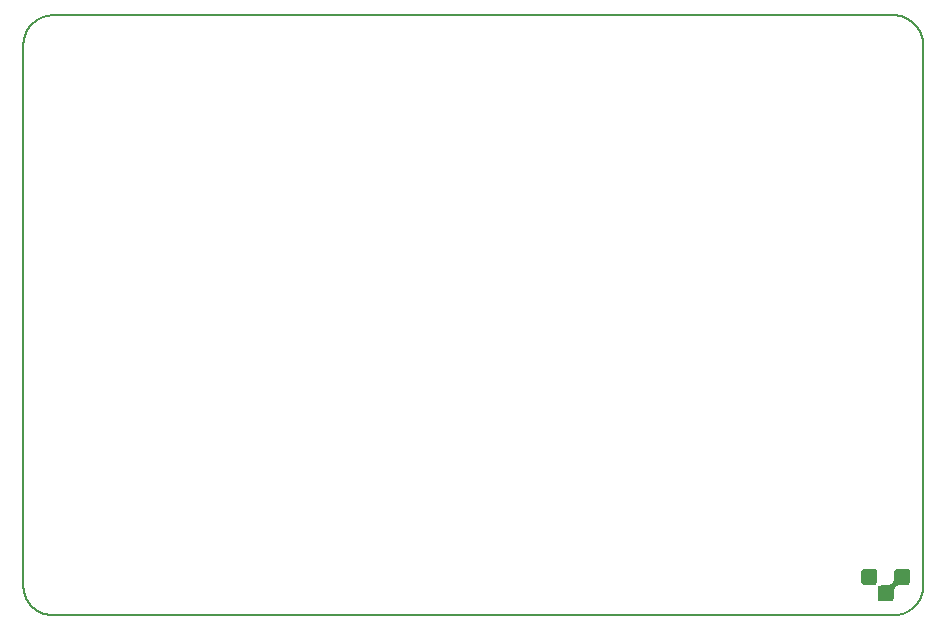
<source format=gto>
G75*
%MOIN*%
%OFA0B0*%
%FSLAX25Y25*%
%IPPOS*%
%LPD*%
%AMOC8*
5,1,8,0,0,1.08239X$1,22.5*
%
%ADD10C,0.00500*%
%ADD11C,0.00300*%
D10*
X0015000Y0005000D02*
X0295000Y0005000D01*
X0295242Y0005003D01*
X0295483Y0005012D01*
X0295724Y0005026D01*
X0295965Y0005047D01*
X0296205Y0005073D01*
X0296445Y0005105D01*
X0296684Y0005143D01*
X0296921Y0005186D01*
X0297158Y0005236D01*
X0297393Y0005291D01*
X0297627Y0005351D01*
X0297859Y0005418D01*
X0298090Y0005489D01*
X0298319Y0005567D01*
X0298546Y0005650D01*
X0298771Y0005738D01*
X0298994Y0005832D01*
X0299214Y0005931D01*
X0299432Y0006036D01*
X0299647Y0006145D01*
X0299860Y0006260D01*
X0300070Y0006380D01*
X0300276Y0006505D01*
X0300480Y0006635D01*
X0300681Y0006770D01*
X0300878Y0006910D01*
X0301072Y0007054D01*
X0301262Y0007203D01*
X0301448Y0007357D01*
X0301631Y0007515D01*
X0301810Y0007677D01*
X0301985Y0007844D01*
X0302156Y0008015D01*
X0302323Y0008190D01*
X0302485Y0008369D01*
X0302643Y0008552D01*
X0302797Y0008738D01*
X0302946Y0008928D01*
X0303090Y0009122D01*
X0303230Y0009319D01*
X0303365Y0009520D01*
X0303495Y0009724D01*
X0303620Y0009930D01*
X0303740Y0010140D01*
X0303855Y0010353D01*
X0303964Y0010568D01*
X0304069Y0010786D01*
X0304168Y0011006D01*
X0304262Y0011229D01*
X0304350Y0011454D01*
X0304433Y0011681D01*
X0304511Y0011910D01*
X0304582Y0012141D01*
X0304649Y0012373D01*
X0304709Y0012607D01*
X0304764Y0012842D01*
X0304814Y0013079D01*
X0304857Y0013316D01*
X0304895Y0013555D01*
X0304927Y0013795D01*
X0304953Y0014035D01*
X0304974Y0014276D01*
X0304988Y0014517D01*
X0304997Y0014758D01*
X0305000Y0015000D01*
X0305000Y0195000D01*
X0304997Y0195242D01*
X0304988Y0195483D01*
X0304974Y0195724D01*
X0304953Y0195965D01*
X0304927Y0196205D01*
X0304895Y0196445D01*
X0304857Y0196684D01*
X0304814Y0196921D01*
X0304764Y0197158D01*
X0304709Y0197393D01*
X0304649Y0197627D01*
X0304582Y0197859D01*
X0304511Y0198090D01*
X0304433Y0198319D01*
X0304350Y0198546D01*
X0304262Y0198771D01*
X0304168Y0198994D01*
X0304069Y0199214D01*
X0303964Y0199432D01*
X0303855Y0199647D01*
X0303740Y0199860D01*
X0303620Y0200070D01*
X0303495Y0200276D01*
X0303365Y0200480D01*
X0303230Y0200681D01*
X0303090Y0200878D01*
X0302946Y0201072D01*
X0302797Y0201262D01*
X0302643Y0201448D01*
X0302485Y0201631D01*
X0302323Y0201810D01*
X0302156Y0201985D01*
X0301985Y0202156D01*
X0301810Y0202323D01*
X0301631Y0202485D01*
X0301448Y0202643D01*
X0301262Y0202797D01*
X0301072Y0202946D01*
X0300878Y0203090D01*
X0300681Y0203230D01*
X0300480Y0203365D01*
X0300276Y0203495D01*
X0300070Y0203620D01*
X0299860Y0203740D01*
X0299647Y0203855D01*
X0299432Y0203964D01*
X0299214Y0204069D01*
X0298994Y0204168D01*
X0298771Y0204262D01*
X0298546Y0204350D01*
X0298319Y0204433D01*
X0298090Y0204511D01*
X0297859Y0204582D01*
X0297627Y0204649D01*
X0297393Y0204709D01*
X0297158Y0204764D01*
X0296921Y0204814D01*
X0296684Y0204857D01*
X0296445Y0204895D01*
X0296205Y0204927D01*
X0295965Y0204953D01*
X0295724Y0204974D01*
X0295483Y0204988D01*
X0295242Y0204997D01*
X0295000Y0205000D01*
X0015000Y0205000D01*
X0014758Y0204997D01*
X0014517Y0204988D01*
X0014276Y0204974D01*
X0014035Y0204953D01*
X0013795Y0204927D01*
X0013555Y0204895D01*
X0013316Y0204857D01*
X0013079Y0204814D01*
X0012842Y0204764D01*
X0012607Y0204709D01*
X0012373Y0204649D01*
X0012141Y0204582D01*
X0011910Y0204511D01*
X0011681Y0204433D01*
X0011454Y0204350D01*
X0011229Y0204262D01*
X0011006Y0204168D01*
X0010786Y0204069D01*
X0010568Y0203964D01*
X0010353Y0203855D01*
X0010140Y0203740D01*
X0009930Y0203620D01*
X0009724Y0203495D01*
X0009520Y0203365D01*
X0009319Y0203230D01*
X0009122Y0203090D01*
X0008928Y0202946D01*
X0008738Y0202797D01*
X0008552Y0202643D01*
X0008369Y0202485D01*
X0008190Y0202323D01*
X0008015Y0202156D01*
X0007844Y0201985D01*
X0007677Y0201810D01*
X0007515Y0201631D01*
X0007357Y0201448D01*
X0007203Y0201262D01*
X0007054Y0201072D01*
X0006910Y0200878D01*
X0006770Y0200681D01*
X0006635Y0200480D01*
X0006505Y0200276D01*
X0006380Y0200070D01*
X0006260Y0199860D01*
X0006145Y0199647D01*
X0006036Y0199432D01*
X0005931Y0199214D01*
X0005832Y0198994D01*
X0005738Y0198771D01*
X0005650Y0198546D01*
X0005567Y0198319D01*
X0005489Y0198090D01*
X0005418Y0197859D01*
X0005351Y0197627D01*
X0005291Y0197393D01*
X0005236Y0197158D01*
X0005186Y0196921D01*
X0005143Y0196684D01*
X0005105Y0196445D01*
X0005073Y0196205D01*
X0005047Y0195965D01*
X0005026Y0195724D01*
X0005012Y0195483D01*
X0005003Y0195242D01*
X0005000Y0195000D01*
X0005000Y0015000D01*
X0005003Y0014758D01*
X0005012Y0014517D01*
X0005026Y0014276D01*
X0005047Y0014035D01*
X0005073Y0013795D01*
X0005105Y0013555D01*
X0005143Y0013316D01*
X0005186Y0013079D01*
X0005236Y0012842D01*
X0005291Y0012607D01*
X0005351Y0012373D01*
X0005418Y0012141D01*
X0005489Y0011910D01*
X0005567Y0011681D01*
X0005650Y0011454D01*
X0005738Y0011229D01*
X0005832Y0011006D01*
X0005931Y0010786D01*
X0006036Y0010568D01*
X0006145Y0010353D01*
X0006260Y0010140D01*
X0006380Y0009930D01*
X0006505Y0009724D01*
X0006635Y0009520D01*
X0006770Y0009319D01*
X0006910Y0009122D01*
X0007054Y0008928D01*
X0007203Y0008738D01*
X0007357Y0008552D01*
X0007515Y0008369D01*
X0007677Y0008190D01*
X0007844Y0008015D01*
X0008015Y0007844D01*
X0008190Y0007677D01*
X0008369Y0007515D01*
X0008552Y0007357D01*
X0008738Y0007203D01*
X0008928Y0007054D01*
X0009122Y0006910D01*
X0009319Y0006770D01*
X0009520Y0006635D01*
X0009724Y0006505D01*
X0009930Y0006380D01*
X0010140Y0006260D01*
X0010353Y0006145D01*
X0010568Y0006036D01*
X0010786Y0005931D01*
X0011006Y0005832D01*
X0011229Y0005738D01*
X0011454Y0005650D01*
X0011681Y0005567D01*
X0011910Y0005489D01*
X0012141Y0005418D01*
X0012373Y0005351D01*
X0012607Y0005291D01*
X0012842Y0005236D01*
X0013079Y0005186D01*
X0013316Y0005143D01*
X0013555Y0005105D01*
X0013795Y0005073D01*
X0014035Y0005047D01*
X0014276Y0005026D01*
X0014517Y0005012D01*
X0014758Y0005003D01*
X0015000Y0005000D01*
D11*
X0284276Y0016425D02*
X0284310Y0016166D01*
X0284410Y0015925D01*
X0284568Y0015718D01*
X0284776Y0015559D01*
X0285017Y0015459D01*
X0285276Y0015425D01*
X0288276Y0015425D01*
X0288534Y0015459D01*
X0288776Y0015559D01*
X0288983Y0015718D01*
X0289142Y0015925D01*
X0289242Y0016166D01*
X0289276Y0016425D01*
X0289276Y0019425D01*
X0289242Y0019684D01*
X0289142Y0019925D01*
X0288983Y0020132D01*
X0288776Y0020291D01*
X0288534Y0020391D01*
X0288276Y0020425D01*
X0285276Y0020425D01*
X0285017Y0020391D01*
X0284776Y0020291D01*
X0284568Y0020132D01*
X0284410Y0019925D01*
X0284310Y0019684D01*
X0284276Y0019425D01*
X0284276Y0016425D01*
X0284286Y0016343D02*
X0289265Y0016343D01*
X0289276Y0016642D02*
X0284276Y0016642D01*
X0284276Y0016940D02*
X0289276Y0016940D01*
X0289276Y0017239D02*
X0284276Y0017239D01*
X0284276Y0017537D02*
X0289276Y0017537D01*
X0289276Y0017836D02*
X0284276Y0017836D01*
X0284276Y0018134D02*
X0289276Y0018134D01*
X0289276Y0018433D02*
X0284276Y0018433D01*
X0284276Y0018732D02*
X0289276Y0018732D01*
X0289276Y0019030D02*
X0284276Y0019030D01*
X0284276Y0019329D02*
X0289276Y0019329D01*
X0289249Y0019627D02*
X0284302Y0019627D01*
X0284410Y0019926D02*
X0289141Y0019926D01*
X0288863Y0020224D02*
X0284688Y0020224D01*
X0284360Y0016045D02*
X0289191Y0016045D01*
X0289004Y0015746D02*
X0284547Y0015746D01*
X0285103Y0015448D02*
X0288448Y0015448D01*
X0289910Y0014425D02*
X0290068Y0014632D01*
X0290276Y0014791D01*
X0290517Y0014891D01*
X0290776Y0014925D01*
X0292776Y0014925D01*
X0293263Y0014973D01*
X0293732Y0015116D01*
X0294165Y0015347D01*
X0294543Y0015657D01*
X0294854Y0016036D01*
X0295085Y0016468D01*
X0295228Y0016937D01*
X0295276Y0017425D01*
X0295276Y0019425D01*
X0295310Y0019684D01*
X0295410Y0019925D01*
X0295568Y0020132D01*
X0295776Y0020291D01*
X0296017Y0020391D01*
X0296276Y0020425D01*
X0299276Y0020425D01*
X0299534Y0020391D01*
X0299776Y0020291D01*
X0299983Y0020132D01*
X0300142Y0019925D01*
X0300242Y0019684D01*
X0300276Y0019425D01*
X0300276Y0016425D01*
X0300242Y0016166D01*
X0300142Y0015925D01*
X0299983Y0015718D01*
X0299776Y0015559D01*
X0299534Y0015459D01*
X0299276Y0015425D01*
X0297276Y0015425D01*
X0296788Y0015377D01*
X0296319Y0015235D01*
X0295887Y0015004D01*
X0295508Y0014693D01*
X0295197Y0014314D01*
X0294966Y0013882D01*
X0294824Y0013413D01*
X0294776Y0012925D01*
X0294776Y0010925D01*
X0294742Y0010666D01*
X0294642Y0010425D01*
X0294483Y0010218D01*
X0294276Y0010059D01*
X0294034Y0009959D01*
X0293776Y0009925D01*
X0290776Y0009925D01*
X0290517Y0009959D01*
X0290276Y0010059D01*
X0290068Y0010218D01*
X0289910Y0010425D01*
X0289810Y0010666D01*
X0289776Y0010925D01*
X0289776Y0013925D01*
X0289810Y0014184D01*
X0289910Y0014425D01*
X0290007Y0014552D02*
X0295392Y0014552D01*
X0295165Y0014254D02*
X0289839Y0014254D01*
X0289780Y0013955D02*
X0295005Y0013955D01*
X0294898Y0013657D02*
X0289776Y0013657D01*
X0289776Y0013358D02*
X0294818Y0013358D01*
X0294789Y0013060D02*
X0289776Y0013060D01*
X0289776Y0012761D02*
X0294776Y0012761D01*
X0294776Y0012463D02*
X0289776Y0012463D01*
X0289776Y0012164D02*
X0294776Y0012164D01*
X0294776Y0011866D02*
X0289776Y0011866D01*
X0289776Y0011567D02*
X0294776Y0011567D01*
X0294776Y0011269D02*
X0289776Y0011269D01*
X0289776Y0010970D02*
X0294776Y0010970D01*
X0294742Y0010672D02*
X0289809Y0010672D01*
X0289949Y0010373D02*
X0294602Y0010373D01*
X0294296Y0010075D02*
X0290255Y0010075D01*
X0290420Y0014851D02*
X0295700Y0014851D01*
X0296159Y0015149D02*
X0293796Y0015149D01*
X0294288Y0015448D02*
X0299448Y0015448D01*
X0300004Y0015746D02*
X0294616Y0015746D01*
X0294859Y0016045D02*
X0300191Y0016045D01*
X0300265Y0016343D02*
X0295018Y0016343D01*
X0295138Y0016642D02*
X0300276Y0016642D01*
X0300276Y0016940D02*
X0295228Y0016940D01*
X0295257Y0017239D02*
X0300276Y0017239D01*
X0300276Y0017537D02*
X0295276Y0017537D01*
X0295276Y0017836D02*
X0300276Y0017836D01*
X0300276Y0018134D02*
X0295276Y0018134D01*
X0295276Y0018433D02*
X0300276Y0018433D01*
X0300276Y0018732D02*
X0295276Y0018732D01*
X0295276Y0019030D02*
X0300276Y0019030D01*
X0300276Y0019329D02*
X0295276Y0019329D01*
X0295302Y0019627D02*
X0300249Y0019627D01*
X0300141Y0019926D02*
X0295410Y0019926D01*
X0295688Y0020224D02*
X0299863Y0020224D01*
M02*

</source>
